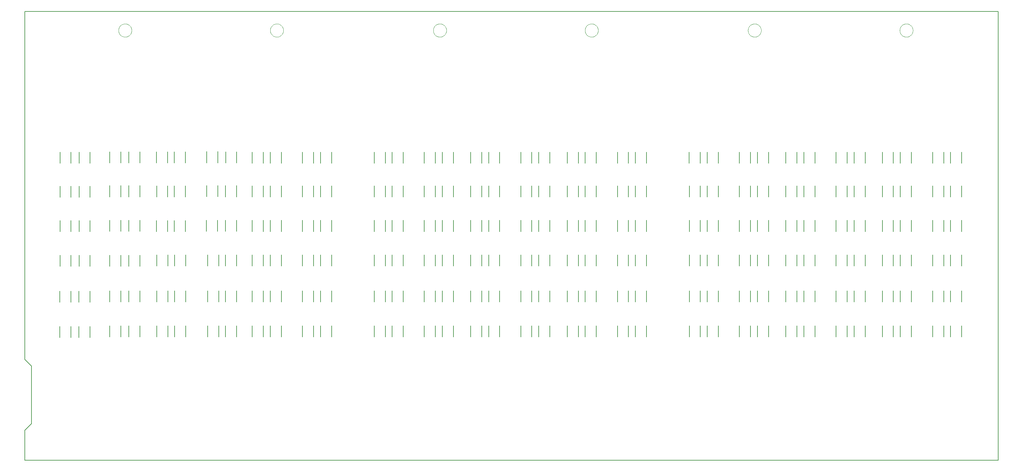
<source format=gbo>
G75*
G70*
%OFA0B0*%
%FSLAX24Y24*%
%IPPOS*%
%LPD*%
%AMOC8*
5,1,8,0,0,1.08239X$1,22.5*
%
%ADD10C,0.0079*%
%ADD11C,0.0060*%
%ADD12C,0.0000*%
D10*
X000164Y006647D02*
X000164Y009807D01*
X000858Y010501D01*
X000858Y016527D01*
X000164Y017221D01*
X000164Y053694D01*
X000164Y053694D01*
X102206Y053694D01*
X102206Y006647D01*
X000164Y006647D01*
X000156Y007631D01*
D11*
X003840Y019539D02*
X003840Y020709D01*
X005000Y020709D02*
X005000Y019539D01*
X005840Y019539D02*
X005840Y020709D01*
X007000Y020709D02*
X007000Y019539D01*
X009059Y019584D02*
X009059Y020754D01*
X010219Y020754D02*
X010219Y019584D01*
X011059Y019584D02*
X011059Y020754D01*
X012219Y020754D02*
X012219Y019584D01*
X013994Y019586D02*
X013994Y020756D01*
X015153Y020756D02*
X015153Y019586D01*
X015875Y019585D02*
X015875Y020755D01*
X017035Y020755D02*
X017035Y019585D01*
X019333Y019586D02*
X019333Y020756D01*
X020492Y020756D02*
X020492Y019586D01*
X021200Y019590D02*
X021200Y020760D01*
X022360Y020760D02*
X022360Y019590D01*
X024012Y019587D02*
X024012Y020757D01*
X025172Y020757D02*
X025172Y019587D01*
X025893Y019587D02*
X025893Y020757D01*
X027053Y020757D02*
X027053Y019587D01*
X029273Y019587D02*
X029273Y020757D01*
X030433Y020757D02*
X030433Y019587D01*
X031154Y019587D02*
X031154Y020757D01*
X032314Y020757D02*
X032314Y019587D01*
X036787Y019587D02*
X036787Y020757D01*
X037947Y020757D02*
X037947Y019587D01*
X038668Y019587D02*
X038668Y020757D01*
X039828Y020757D02*
X039828Y019587D01*
X042044Y019587D02*
X042044Y020757D01*
X043203Y020757D02*
X043203Y019587D01*
X043929Y019587D02*
X043929Y020757D01*
X045089Y020757D02*
X045089Y019587D01*
X046896Y019587D02*
X046896Y020757D01*
X048056Y020757D02*
X048056Y019587D01*
X048782Y019587D02*
X048782Y020757D01*
X049942Y020757D02*
X049942Y019587D01*
X052153Y019587D02*
X052153Y020757D01*
X053312Y020757D02*
X053312Y019587D01*
X054038Y019587D02*
X054038Y020757D01*
X055198Y020757D02*
X055198Y019587D01*
X057027Y019587D02*
X057027Y020757D01*
X058186Y020757D02*
X058186Y019587D01*
X058912Y019587D02*
X058912Y020757D01*
X060072Y020757D02*
X060072Y019587D01*
X062283Y019587D02*
X062283Y020757D01*
X063443Y020757D02*
X063443Y019587D01*
X064169Y019587D02*
X064169Y020757D01*
X065329Y020757D02*
X065329Y019587D01*
X069819Y019587D02*
X069819Y020757D01*
X070979Y020757D02*
X070979Y019587D01*
X071705Y019587D02*
X071705Y020757D01*
X072865Y020757D02*
X072865Y019587D01*
X075076Y019587D02*
X075076Y020757D01*
X076235Y020757D02*
X076235Y019587D01*
X076961Y019587D02*
X076961Y020757D01*
X078121Y020757D02*
X078121Y019587D01*
X079942Y019587D02*
X079942Y020757D01*
X081102Y020757D02*
X081102Y019587D01*
X081828Y019587D02*
X081828Y020757D01*
X082988Y020757D02*
X082988Y019587D01*
X085213Y019587D02*
X085213Y020757D01*
X086373Y020757D02*
X086373Y019587D01*
X087099Y019587D02*
X087099Y020757D01*
X088259Y020757D02*
X088259Y019587D01*
X090052Y019587D02*
X090052Y020757D01*
X091212Y020757D02*
X091212Y019587D01*
X091938Y019587D02*
X091938Y020757D01*
X093098Y020757D02*
X093098Y019587D01*
X095323Y019587D02*
X095323Y020757D01*
X096483Y020757D02*
X096483Y019587D01*
X097209Y019587D02*
X097209Y020757D01*
X098369Y020757D02*
X098369Y019587D01*
X098369Y023246D02*
X098369Y024416D01*
X097209Y024416D02*
X097209Y023246D01*
X096483Y023246D02*
X096483Y024416D01*
X095323Y024416D02*
X095323Y023246D01*
X093098Y023246D02*
X093098Y024416D01*
X091938Y024416D02*
X091938Y023246D01*
X091212Y023246D02*
X091212Y024416D01*
X090052Y024416D02*
X090052Y023246D01*
X088259Y023246D02*
X088259Y024416D01*
X087099Y024416D02*
X087099Y023246D01*
X086373Y023246D02*
X086373Y024416D01*
X085213Y024416D02*
X085213Y023246D01*
X082988Y023246D02*
X082988Y024416D01*
X081828Y024416D02*
X081828Y023246D01*
X081102Y023246D02*
X081102Y024416D01*
X079942Y024416D02*
X079942Y023246D01*
X078121Y023246D02*
X078121Y024416D01*
X076961Y024416D02*
X076961Y023246D01*
X076235Y023246D02*
X076235Y024416D01*
X075076Y024416D02*
X075076Y023246D01*
X072865Y023246D02*
X072865Y024416D01*
X071705Y024416D02*
X071705Y023246D01*
X070979Y023246D02*
X070979Y024416D01*
X069819Y024416D02*
X069819Y023246D01*
X065329Y023246D02*
X065329Y024416D01*
X064169Y024416D02*
X064169Y023246D01*
X063443Y023246D02*
X063443Y024416D01*
X062283Y024416D02*
X062283Y023246D01*
X060072Y023246D02*
X060072Y024416D01*
X058912Y024416D02*
X058912Y023246D01*
X058186Y023246D02*
X058186Y024416D01*
X057027Y024416D02*
X057027Y023246D01*
X055198Y023246D02*
X055198Y024416D01*
X054038Y024416D02*
X054038Y023246D01*
X053312Y023246D02*
X053312Y024416D01*
X052153Y024416D02*
X052153Y023246D01*
X049942Y023246D02*
X049942Y024416D01*
X048782Y024416D02*
X048782Y023246D01*
X048056Y023246D02*
X048056Y024416D01*
X046896Y024416D02*
X046896Y023246D01*
X045089Y023246D02*
X045089Y024416D01*
X043929Y024416D02*
X043929Y023246D01*
X043203Y023246D02*
X043203Y024416D01*
X042044Y024416D02*
X042044Y023246D01*
X039828Y023246D02*
X039828Y024416D01*
X038668Y024416D02*
X038668Y023246D01*
X037947Y023246D02*
X037947Y024416D01*
X036787Y024416D02*
X036787Y023246D01*
X032314Y023246D02*
X032314Y024416D01*
X031154Y024416D02*
X031154Y023246D01*
X030433Y023246D02*
X030433Y024416D01*
X029273Y024416D02*
X029273Y023246D01*
X027053Y023246D02*
X027053Y024416D01*
X025893Y024416D02*
X025893Y023246D01*
X025172Y023246D02*
X025172Y024416D01*
X024012Y024416D02*
X024012Y023246D01*
X022365Y023249D02*
X022365Y024419D01*
X021205Y024419D02*
X021205Y023249D01*
X020486Y023256D02*
X020486Y024425D01*
X019326Y024425D02*
X019326Y023256D01*
X017028Y023258D02*
X017028Y024428D01*
X015868Y024428D02*
X015868Y023258D01*
X015149Y023246D02*
X015149Y024416D01*
X013989Y024416D02*
X013989Y023246D01*
X012228Y023255D02*
X012228Y024425D01*
X011068Y024425D02*
X011068Y023255D01*
X010228Y023255D02*
X010228Y024425D01*
X009068Y024425D02*
X009068Y023255D01*
X007005Y023218D02*
X007005Y024387D01*
X005845Y024387D02*
X005845Y023218D01*
X005005Y023218D02*
X005005Y024387D01*
X003845Y024387D02*
X003845Y023218D01*
X003848Y026982D02*
X003848Y028151D01*
X005008Y028151D02*
X005008Y026982D01*
X005848Y026982D02*
X005848Y028151D01*
X007008Y028151D02*
X007008Y026982D01*
X009065Y027009D02*
X009065Y028179D01*
X010225Y028179D02*
X010225Y027009D01*
X011065Y027009D02*
X011065Y028179D01*
X012225Y028179D02*
X012225Y027009D01*
X013995Y027018D02*
X013995Y028188D01*
X015155Y028188D02*
X015155Y027018D01*
X015869Y027021D02*
X015869Y028190D01*
X017028Y028190D02*
X017028Y027021D01*
X019336Y027038D02*
X019336Y028207D01*
X020495Y028207D02*
X020495Y027038D01*
X021208Y027033D02*
X021208Y028203D01*
X022368Y028203D02*
X022368Y027033D01*
X024012Y027031D02*
X024012Y028200D01*
X025172Y028200D02*
X025172Y027031D01*
X025893Y027031D02*
X025893Y028200D01*
X027053Y028200D02*
X027053Y027031D01*
X029273Y027031D02*
X029273Y028200D01*
X030433Y028200D02*
X030433Y027031D01*
X031154Y027031D02*
X031154Y028200D01*
X032314Y028200D02*
X032314Y027031D01*
X036787Y027031D02*
X036787Y028200D01*
X037947Y028200D02*
X037947Y027031D01*
X038668Y027031D02*
X038668Y028200D01*
X039828Y028200D02*
X039828Y027031D01*
X042044Y027031D02*
X042044Y028200D01*
X043203Y028200D02*
X043203Y027031D01*
X043929Y027031D02*
X043929Y028200D01*
X045089Y028200D02*
X045089Y027031D01*
X046896Y027031D02*
X046896Y028200D01*
X048056Y028200D02*
X048056Y027031D01*
X048782Y027031D02*
X048782Y028200D01*
X049942Y028200D02*
X049942Y027031D01*
X052153Y027031D02*
X052153Y028200D01*
X053312Y028200D02*
X053312Y027031D01*
X054038Y027031D02*
X054038Y028200D01*
X055198Y028200D02*
X055198Y027031D01*
X057027Y027031D02*
X057027Y028200D01*
X058186Y028200D02*
X058186Y027031D01*
X058912Y027031D02*
X058912Y028200D01*
X060072Y028200D02*
X060072Y027031D01*
X062283Y027031D02*
X062283Y028200D01*
X063443Y028200D02*
X063443Y027031D01*
X064169Y027031D02*
X064169Y028200D01*
X065329Y028200D02*
X065329Y027031D01*
X069819Y027031D02*
X069819Y028200D01*
X070979Y028200D02*
X070979Y027031D01*
X071705Y027031D02*
X071705Y028200D01*
X072865Y028200D02*
X072865Y027031D01*
X075076Y027031D02*
X075076Y028200D01*
X076235Y028200D02*
X076235Y027031D01*
X076961Y027031D02*
X076961Y028200D01*
X078121Y028200D02*
X078121Y027031D01*
X079942Y027031D02*
X079942Y028200D01*
X081102Y028200D02*
X081102Y027031D01*
X081828Y027031D02*
X081828Y028200D01*
X082988Y028200D02*
X082988Y027031D01*
X085213Y027031D02*
X085213Y028200D01*
X086373Y028200D02*
X086373Y027031D01*
X087099Y027031D02*
X087099Y028200D01*
X088259Y028200D02*
X088259Y027031D01*
X090052Y027031D02*
X090052Y028200D01*
X091212Y028200D02*
X091212Y027031D01*
X091938Y027031D02*
X091938Y028200D01*
X093098Y028200D02*
X093098Y027031D01*
X095323Y027031D02*
X095323Y028200D01*
X096483Y028200D02*
X096483Y027031D01*
X097209Y027031D02*
X097209Y028200D01*
X098369Y028200D02*
X098369Y027031D01*
X098369Y030645D02*
X098369Y031815D01*
X097209Y031815D02*
X097209Y030645D01*
X096483Y030645D02*
X096483Y031815D01*
X095323Y031815D02*
X095323Y030645D01*
X093098Y030645D02*
X093098Y031815D01*
X091938Y031815D02*
X091938Y030645D01*
X091212Y030645D02*
X091212Y031815D01*
X090052Y031815D02*
X090052Y030645D01*
X088259Y030645D02*
X088259Y031815D01*
X087099Y031815D02*
X087099Y030645D01*
X086373Y030645D02*
X086373Y031815D01*
X085213Y031815D02*
X085213Y030645D01*
X082988Y030645D02*
X082988Y031815D01*
X081828Y031815D02*
X081828Y030645D01*
X081102Y030645D02*
X081102Y031815D01*
X079942Y031815D02*
X079942Y030645D01*
X078121Y030645D02*
X078121Y031815D01*
X076961Y031815D02*
X076961Y030645D01*
X076235Y030645D02*
X076235Y031815D01*
X075076Y031815D02*
X075076Y030645D01*
X072865Y030645D02*
X072865Y031815D01*
X071705Y031815D02*
X071705Y030645D01*
X070979Y030645D02*
X070979Y031815D01*
X069819Y031815D02*
X069819Y030645D01*
X065329Y030645D02*
X065329Y031815D01*
X064169Y031815D02*
X064169Y030645D01*
X063443Y030645D02*
X063443Y031815D01*
X062283Y031815D02*
X062283Y030645D01*
X060072Y030645D02*
X060072Y031815D01*
X058912Y031815D02*
X058912Y030645D01*
X058186Y030645D02*
X058186Y031815D01*
X057027Y031815D02*
X057027Y030645D01*
X055198Y030645D02*
X055198Y031815D01*
X054038Y031815D02*
X054038Y030645D01*
X053312Y030645D02*
X053312Y031815D01*
X052153Y031815D02*
X052153Y030645D01*
X049942Y030645D02*
X049942Y031815D01*
X048782Y031815D02*
X048782Y030645D01*
X048056Y030645D02*
X048056Y031815D01*
X046896Y031815D02*
X046896Y030645D01*
X045089Y030645D02*
X045089Y031815D01*
X043929Y031815D02*
X043929Y030645D01*
X043203Y030645D02*
X043203Y031815D01*
X042044Y031815D02*
X042044Y030645D01*
X039828Y030645D02*
X039828Y031815D01*
X038668Y031815D02*
X038668Y030645D01*
X037947Y030645D02*
X037947Y031815D01*
X036787Y031815D02*
X036787Y030645D01*
X032314Y030645D02*
X032314Y031815D01*
X031154Y031815D02*
X031154Y030645D01*
X030433Y030645D02*
X030433Y031815D01*
X029273Y031815D02*
X029273Y030645D01*
X027053Y030645D02*
X027053Y031815D01*
X025893Y031815D02*
X025893Y030645D01*
X025172Y030645D02*
X025172Y031815D01*
X024012Y031815D02*
X024012Y030645D01*
X022369Y030648D02*
X022369Y031818D01*
X021210Y031818D02*
X021210Y030648D01*
X020372Y030659D02*
X020372Y031829D01*
X019212Y031829D02*
X019212Y030659D01*
X017005Y030640D02*
X017005Y031809D01*
X015846Y031809D02*
X015846Y030640D01*
X015139Y030641D02*
X015139Y031811D01*
X013979Y031811D02*
X013979Y030641D01*
X012222Y030656D02*
X012222Y031826D01*
X011063Y031826D02*
X011063Y030656D01*
X010222Y030656D02*
X010222Y031826D01*
X009063Y031826D02*
X009063Y030656D01*
X007008Y030617D02*
X007008Y031787D01*
X005848Y031787D02*
X005848Y030617D01*
X005008Y030617D02*
X005008Y031787D01*
X003848Y031787D02*
X003848Y030617D01*
X003852Y034238D02*
X003852Y035408D01*
X005012Y035408D02*
X005012Y034238D01*
X005852Y034238D02*
X005852Y035408D01*
X007012Y035408D02*
X007012Y034238D01*
X009067Y034278D02*
X009067Y035447D01*
X010227Y035447D02*
X010227Y034278D01*
X011067Y034278D02*
X011067Y035447D01*
X012227Y035447D02*
X012227Y034278D01*
X013981Y034265D02*
X013981Y035435D01*
X015141Y035435D02*
X015141Y034265D01*
X015846Y034268D02*
X015846Y035437D01*
X017006Y035437D02*
X017006Y034268D01*
X019221Y034289D02*
X019221Y035459D01*
X020381Y035459D02*
X020381Y034289D01*
X021208Y034278D02*
X021208Y035448D01*
X022368Y035448D02*
X022368Y034278D01*
X024012Y034276D02*
X024012Y035445D01*
X025172Y035445D02*
X025172Y034276D01*
X025893Y034276D02*
X025893Y035445D01*
X027053Y035445D02*
X027053Y034276D01*
X029273Y034276D02*
X029273Y035445D01*
X030433Y035445D02*
X030433Y034276D01*
X031154Y034276D02*
X031154Y035445D01*
X032314Y035445D02*
X032314Y034276D01*
X036787Y034276D02*
X036787Y035445D01*
X037947Y035445D02*
X037947Y034276D01*
X038668Y034276D02*
X038668Y035445D01*
X039828Y035445D02*
X039828Y034276D01*
X042044Y034276D02*
X042044Y035445D01*
X043203Y035445D02*
X043203Y034276D01*
X043929Y034276D02*
X043929Y035445D01*
X045089Y035445D02*
X045089Y034276D01*
X046896Y034276D02*
X046896Y035445D01*
X048056Y035445D02*
X048056Y034276D01*
X048782Y034276D02*
X048782Y035445D01*
X049942Y035445D02*
X049942Y034276D01*
X052153Y034276D02*
X052153Y035445D01*
X053312Y035445D02*
X053312Y034276D01*
X054038Y034276D02*
X054038Y035445D01*
X055198Y035445D02*
X055198Y034276D01*
X057027Y034276D02*
X057027Y035445D01*
X058186Y035445D02*
X058186Y034276D01*
X058912Y034276D02*
X058912Y035445D01*
X060072Y035445D02*
X060072Y034276D01*
X062283Y034276D02*
X062283Y035445D01*
X063443Y035445D02*
X063443Y034276D01*
X064169Y034276D02*
X064169Y035445D01*
X065329Y035445D02*
X065329Y034276D01*
X069819Y034276D02*
X069819Y035445D01*
X070979Y035445D02*
X070979Y034276D01*
X071705Y034276D02*
X071705Y035445D01*
X072865Y035445D02*
X072865Y034276D01*
X075076Y034276D02*
X075076Y035445D01*
X076235Y035445D02*
X076235Y034276D01*
X076961Y034276D02*
X076961Y035445D01*
X078121Y035445D02*
X078121Y034276D01*
X079942Y034276D02*
X079942Y035445D01*
X081102Y035445D02*
X081102Y034276D01*
X081828Y034276D02*
X081828Y035445D01*
X082988Y035445D02*
X082988Y034276D01*
X085213Y034276D02*
X085213Y035445D01*
X086373Y035445D02*
X086373Y034276D01*
X087099Y034276D02*
X087099Y035445D01*
X088259Y035445D02*
X088259Y034276D01*
X090052Y034276D02*
X090052Y035445D01*
X091212Y035445D02*
X091212Y034276D01*
X091938Y034276D02*
X091938Y035445D01*
X093098Y035445D02*
X093098Y034276D01*
X095323Y034276D02*
X095323Y035445D01*
X096483Y035445D02*
X096483Y034276D01*
X097209Y034276D02*
X097209Y035445D01*
X098369Y035445D02*
X098369Y034276D01*
X098369Y037802D02*
X098369Y038972D01*
X097209Y038972D02*
X097209Y037802D01*
X096483Y037802D02*
X096483Y038972D01*
X095323Y038972D02*
X095323Y037802D01*
X093098Y037802D02*
X093098Y038972D01*
X091938Y038972D02*
X091938Y037802D01*
X091212Y037802D02*
X091212Y038972D01*
X090052Y038972D02*
X090052Y037802D01*
X088259Y037802D02*
X088259Y038972D01*
X087099Y038972D02*
X087099Y037802D01*
X086373Y037802D02*
X086373Y038972D01*
X085213Y038972D02*
X085213Y037802D01*
X082988Y037802D02*
X082988Y038972D01*
X081828Y038972D02*
X081828Y037802D01*
X081102Y037802D02*
X081102Y038972D01*
X079942Y038972D02*
X079942Y037802D01*
X078121Y037802D02*
X078121Y038972D01*
X076961Y038972D02*
X076961Y037802D01*
X076235Y037802D02*
X076235Y038972D01*
X075076Y038972D02*
X075076Y037802D01*
X072850Y037802D02*
X072850Y038972D01*
X071690Y038972D02*
X071690Y037802D01*
X070964Y037802D02*
X070964Y038972D01*
X069805Y038972D02*
X069805Y037802D01*
X065329Y037802D02*
X065329Y038972D01*
X064169Y038972D02*
X064169Y037802D01*
X063443Y037802D02*
X063443Y038972D01*
X062283Y038972D02*
X062283Y037802D01*
X060072Y037802D02*
X060072Y038972D01*
X058912Y038972D02*
X058912Y037802D01*
X058186Y037802D02*
X058186Y038972D01*
X057027Y038972D02*
X057027Y037802D01*
X055198Y037802D02*
X055198Y038972D01*
X054038Y038972D02*
X054038Y037802D01*
X053312Y037802D02*
X053312Y038972D01*
X052153Y038972D02*
X052153Y037802D01*
X049942Y037802D02*
X049942Y038972D01*
X048782Y038972D02*
X048782Y037802D01*
X048056Y037802D02*
X048056Y038972D01*
X046896Y038972D02*
X046896Y037802D01*
X045089Y037802D02*
X045089Y038972D01*
X043929Y038972D02*
X043929Y037802D01*
X043203Y037802D02*
X043203Y038972D01*
X042044Y038972D02*
X042044Y037802D01*
X039833Y037802D02*
X039833Y038972D01*
X038673Y038972D02*
X038673Y037802D01*
X037947Y037802D02*
X037947Y038972D01*
X036787Y038972D02*
X036787Y037802D01*
X032314Y037802D02*
X032314Y038972D01*
X031154Y038972D02*
X031154Y037802D01*
X030428Y037802D02*
X030428Y038972D01*
X029268Y038972D02*
X029268Y037802D01*
X027053Y037802D02*
X027053Y038972D01*
X025893Y038972D02*
X025893Y037802D01*
X025172Y037802D02*
X025172Y038972D01*
X024012Y038972D02*
X024012Y037802D01*
X022375Y037839D02*
X022375Y039009D01*
X021215Y039009D02*
X021215Y037839D01*
X020383Y037845D02*
X020383Y039015D01*
X019223Y039015D02*
X019223Y037845D01*
X017003Y037842D02*
X017003Y039012D01*
X015843Y039012D02*
X015843Y037842D01*
X015121Y037841D02*
X015121Y039011D01*
X013962Y039011D02*
X013962Y037841D01*
X012224Y037831D02*
X012224Y039001D01*
X011064Y039001D02*
X011064Y037831D01*
X010224Y037831D02*
X010224Y039001D01*
X009064Y039001D02*
X009064Y037831D01*
X007009Y037792D02*
X007009Y038961D01*
X005849Y038961D02*
X005849Y037792D01*
X005009Y037792D02*
X005009Y038961D01*
X003849Y038961D02*
X003849Y037792D01*
D12*
X009989Y051712D02*
X009991Y051764D01*
X009997Y051816D01*
X010007Y051867D01*
X010020Y051917D01*
X010038Y051967D01*
X010059Y052014D01*
X010083Y052060D01*
X010112Y052104D01*
X010143Y052146D01*
X010177Y052185D01*
X010214Y052222D01*
X010254Y052255D01*
X010297Y052286D01*
X010341Y052313D01*
X010387Y052337D01*
X010436Y052357D01*
X010485Y052373D01*
X010536Y052386D01*
X010587Y052395D01*
X010639Y052400D01*
X010691Y052401D01*
X010743Y052398D01*
X010795Y052391D01*
X010846Y052380D01*
X010896Y052366D01*
X010945Y052347D01*
X010992Y052325D01*
X011037Y052300D01*
X011081Y052271D01*
X011122Y052239D01*
X011161Y052204D01*
X011196Y052166D01*
X011229Y052125D01*
X011259Y052083D01*
X011285Y052038D01*
X011308Y051991D01*
X011327Y051942D01*
X011343Y051892D01*
X011355Y051842D01*
X011363Y051790D01*
X011367Y051738D01*
X011367Y051686D01*
X011363Y051634D01*
X011355Y051582D01*
X011343Y051532D01*
X011327Y051482D01*
X011308Y051433D01*
X011285Y051386D01*
X011259Y051341D01*
X011229Y051299D01*
X011196Y051258D01*
X011161Y051220D01*
X011122Y051185D01*
X011081Y051153D01*
X011037Y051124D01*
X010992Y051099D01*
X010945Y051077D01*
X010896Y051058D01*
X010846Y051044D01*
X010795Y051033D01*
X010743Y051026D01*
X010691Y051023D01*
X010639Y051024D01*
X010587Y051029D01*
X010536Y051038D01*
X010485Y051051D01*
X010436Y051067D01*
X010387Y051087D01*
X010341Y051111D01*
X010297Y051138D01*
X010254Y051169D01*
X010214Y051202D01*
X010177Y051239D01*
X010143Y051278D01*
X010112Y051320D01*
X010083Y051364D01*
X010059Y051410D01*
X010038Y051457D01*
X010020Y051507D01*
X010007Y051557D01*
X009997Y051608D01*
X009991Y051660D01*
X009989Y051712D01*
X025894Y051712D02*
X025896Y051764D01*
X025902Y051816D01*
X025912Y051867D01*
X025925Y051917D01*
X025943Y051967D01*
X025964Y052014D01*
X025988Y052060D01*
X026017Y052104D01*
X026048Y052146D01*
X026082Y052185D01*
X026119Y052222D01*
X026159Y052255D01*
X026202Y052286D01*
X026246Y052313D01*
X026292Y052337D01*
X026341Y052357D01*
X026390Y052373D01*
X026441Y052386D01*
X026492Y052395D01*
X026544Y052400D01*
X026596Y052401D01*
X026648Y052398D01*
X026700Y052391D01*
X026751Y052380D01*
X026801Y052366D01*
X026850Y052347D01*
X026897Y052325D01*
X026942Y052300D01*
X026986Y052271D01*
X027027Y052239D01*
X027066Y052204D01*
X027101Y052166D01*
X027134Y052125D01*
X027164Y052083D01*
X027190Y052038D01*
X027213Y051991D01*
X027232Y051942D01*
X027248Y051892D01*
X027260Y051842D01*
X027268Y051790D01*
X027272Y051738D01*
X027272Y051686D01*
X027268Y051634D01*
X027260Y051582D01*
X027248Y051532D01*
X027232Y051482D01*
X027213Y051433D01*
X027190Y051386D01*
X027164Y051341D01*
X027134Y051299D01*
X027101Y051258D01*
X027066Y051220D01*
X027027Y051185D01*
X026986Y051153D01*
X026942Y051124D01*
X026897Y051099D01*
X026850Y051077D01*
X026801Y051058D01*
X026751Y051044D01*
X026700Y051033D01*
X026648Y051026D01*
X026596Y051023D01*
X026544Y051024D01*
X026492Y051029D01*
X026441Y051038D01*
X026390Y051051D01*
X026341Y051067D01*
X026292Y051087D01*
X026246Y051111D01*
X026202Y051138D01*
X026159Y051169D01*
X026119Y051202D01*
X026082Y051239D01*
X026048Y051278D01*
X026017Y051320D01*
X025988Y051364D01*
X025964Y051410D01*
X025943Y051457D01*
X025925Y051507D01*
X025912Y051557D01*
X025902Y051608D01*
X025896Y051660D01*
X025894Y051712D01*
X042981Y051712D02*
X042983Y051764D01*
X042989Y051816D01*
X042999Y051867D01*
X043012Y051917D01*
X043030Y051967D01*
X043051Y052014D01*
X043075Y052060D01*
X043104Y052104D01*
X043135Y052146D01*
X043169Y052185D01*
X043206Y052222D01*
X043246Y052255D01*
X043289Y052286D01*
X043333Y052313D01*
X043379Y052337D01*
X043428Y052357D01*
X043477Y052373D01*
X043528Y052386D01*
X043579Y052395D01*
X043631Y052400D01*
X043683Y052401D01*
X043735Y052398D01*
X043787Y052391D01*
X043838Y052380D01*
X043888Y052366D01*
X043937Y052347D01*
X043984Y052325D01*
X044029Y052300D01*
X044073Y052271D01*
X044114Y052239D01*
X044153Y052204D01*
X044188Y052166D01*
X044221Y052125D01*
X044251Y052083D01*
X044277Y052038D01*
X044300Y051991D01*
X044319Y051942D01*
X044335Y051892D01*
X044347Y051842D01*
X044355Y051790D01*
X044359Y051738D01*
X044359Y051686D01*
X044355Y051634D01*
X044347Y051582D01*
X044335Y051532D01*
X044319Y051482D01*
X044300Y051433D01*
X044277Y051386D01*
X044251Y051341D01*
X044221Y051299D01*
X044188Y051258D01*
X044153Y051220D01*
X044114Y051185D01*
X044073Y051153D01*
X044029Y051124D01*
X043984Y051099D01*
X043937Y051077D01*
X043888Y051058D01*
X043838Y051044D01*
X043787Y051033D01*
X043735Y051026D01*
X043683Y051023D01*
X043631Y051024D01*
X043579Y051029D01*
X043528Y051038D01*
X043477Y051051D01*
X043428Y051067D01*
X043379Y051087D01*
X043333Y051111D01*
X043289Y051138D01*
X043246Y051169D01*
X043206Y051202D01*
X043169Y051239D01*
X043135Y051278D01*
X043104Y051320D01*
X043075Y051364D01*
X043051Y051410D01*
X043030Y051457D01*
X043012Y051507D01*
X042999Y051557D01*
X042989Y051608D01*
X042983Y051660D01*
X042981Y051712D01*
X058887Y051712D02*
X058889Y051764D01*
X058895Y051816D01*
X058905Y051867D01*
X058918Y051917D01*
X058936Y051967D01*
X058957Y052014D01*
X058981Y052060D01*
X059010Y052104D01*
X059041Y052146D01*
X059075Y052185D01*
X059112Y052222D01*
X059152Y052255D01*
X059195Y052286D01*
X059239Y052313D01*
X059285Y052337D01*
X059334Y052357D01*
X059383Y052373D01*
X059434Y052386D01*
X059485Y052395D01*
X059537Y052400D01*
X059589Y052401D01*
X059641Y052398D01*
X059693Y052391D01*
X059744Y052380D01*
X059794Y052366D01*
X059843Y052347D01*
X059890Y052325D01*
X059935Y052300D01*
X059979Y052271D01*
X060020Y052239D01*
X060059Y052204D01*
X060094Y052166D01*
X060127Y052125D01*
X060157Y052083D01*
X060183Y052038D01*
X060206Y051991D01*
X060225Y051942D01*
X060241Y051892D01*
X060253Y051842D01*
X060261Y051790D01*
X060265Y051738D01*
X060265Y051686D01*
X060261Y051634D01*
X060253Y051582D01*
X060241Y051532D01*
X060225Y051482D01*
X060206Y051433D01*
X060183Y051386D01*
X060157Y051341D01*
X060127Y051299D01*
X060094Y051258D01*
X060059Y051220D01*
X060020Y051185D01*
X059979Y051153D01*
X059935Y051124D01*
X059890Y051099D01*
X059843Y051077D01*
X059794Y051058D01*
X059744Y051044D01*
X059693Y051033D01*
X059641Y051026D01*
X059589Y051023D01*
X059537Y051024D01*
X059485Y051029D01*
X059434Y051038D01*
X059383Y051051D01*
X059334Y051067D01*
X059285Y051087D01*
X059239Y051111D01*
X059195Y051138D01*
X059152Y051169D01*
X059112Y051202D01*
X059075Y051239D01*
X059041Y051278D01*
X059010Y051320D01*
X058981Y051364D01*
X058957Y051410D01*
X058936Y051457D01*
X058918Y051507D01*
X058905Y051557D01*
X058895Y051608D01*
X058889Y051660D01*
X058887Y051712D01*
X075974Y051712D02*
X075976Y051764D01*
X075982Y051816D01*
X075992Y051867D01*
X076005Y051917D01*
X076023Y051967D01*
X076044Y052014D01*
X076068Y052060D01*
X076097Y052104D01*
X076128Y052146D01*
X076162Y052185D01*
X076199Y052222D01*
X076239Y052255D01*
X076282Y052286D01*
X076326Y052313D01*
X076372Y052337D01*
X076421Y052357D01*
X076470Y052373D01*
X076521Y052386D01*
X076572Y052395D01*
X076624Y052400D01*
X076676Y052401D01*
X076728Y052398D01*
X076780Y052391D01*
X076831Y052380D01*
X076881Y052366D01*
X076930Y052347D01*
X076977Y052325D01*
X077022Y052300D01*
X077066Y052271D01*
X077107Y052239D01*
X077146Y052204D01*
X077181Y052166D01*
X077214Y052125D01*
X077244Y052083D01*
X077270Y052038D01*
X077293Y051991D01*
X077312Y051942D01*
X077328Y051892D01*
X077340Y051842D01*
X077348Y051790D01*
X077352Y051738D01*
X077352Y051686D01*
X077348Y051634D01*
X077340Y051582D01*
X077328Y051532D01*
X077312Y051482D01*
X077293Y051433D01*
X077270Y051386D01*
X077244Y051341D01*
X077214Y051299D01*
X077181Y051258D01*
X077146Y051220D01*
X077107Y051185D01*
X077066Y051153D01*
X077022Y051124D01*
X076977Y051099D01*
X076930Y051077D01*
X076881Y051058D01*
X076831Y051044D01*
X076780Y051033D01*
X076728Y051026D01*
X076676Y051023D01*
X076624Y051024D01*
X076572Y051029D01*
X076521Y051038D01*
X076470Y051051D01*
X076421Y051067D01*
X076372Y051087D01*
X076326Y051111D01*
X076282Y051138D01*
X076239Y051169D01*
X076199Y051202D01*
X076162Y051239D01*
X076128Y051278D01*
X076097Y051320D01*
X076068Y051364D01*
X076044Y051410D01*
X076023Y051457D01*
X076005Y051507D01*
X075992Y051557D01*
X075982Y051608D01*
X075976Y051660D01*
X075974Y051712D01*
X091879Y051712D02*
X091881Y051764D01*
X091887Y051816D01*
X091897Y051867D01*
X091910Y051917D01*
X091928Y051967D01*
X091949Y052014D01*
X091973Y052060D01*
X092002Y052104D01*
X092033Y052146D01*
X092067Y052185D01*
X092104Y052222D01*
X092144Y052255D01*
X092187Y052286D01*
X092231Y052313D01*
X092277Y052337D01*
X092326Y052357D01*
X092375Y052373D01*
X092426Y052386D01*
X092477Y052395D01*
X092529Y052400D01*
X092581Y052401D01*
X092633Y052398D01*
X092685Y052391D01*
X092736Y052380D01*
X092786Y052366D01*
X092835Y052347D01*
X092882Y052325D01*
X092927Y052300D01*
X092971Y052271D01*
X093012Y052239D01*
X093051Y052204D01*
X093086Y052166D01*
X093119Y052125D01*
X093149Y052083D01*
X093175Y052038D01*
X093198Y051991D01*
X093217Y051942D01*
X093233Y051892D01*
X093245Y051842D01*
X093253Y051790D01*
X093257Y051738D01*
X093257Y051686D01*
X093253Y051634D01*
X093245Y051582D01*
X093233Y051532D01*
X093217Y051482D01*
X093198Y051433D01*
X093175Y051386D01*
X093149Y051341D01*
X093119Y051299D01*
X093086Y051258D01*
X093051Y051220D01*
X093012Y051185D01*
X092971Y051153D01*
X092927Y051124D01*
X092882Y051099D01*
X092835Y051077D01*
X092786Y051058D01*
X092736Y051044D01*
X092685Y051033D01*
X092633Y051026D01*
X092581Y051023D01*
X092529Y051024D01*
X092477Y051029D01*
X092426Y051038D01*
X092375Y051051D01*
X092326Y051067D01*
X092277Y051087D01*
X092231Y051111D01*
X092187Y051138D01*
X092144Y051169D01*
X092104Y051202D01*
X092067Y051239D01*
X092033Y051278D01*
X092002Y051320D01*
X091973Y051364D01*
X091949Y051410D01*
X091928Y051457D01*
X091910Y051507D01*
X091897Y051557D01*
X091887Y051608D01*
X091881Y051660D01*
X091879Y051712D01*
M02*

</source>
